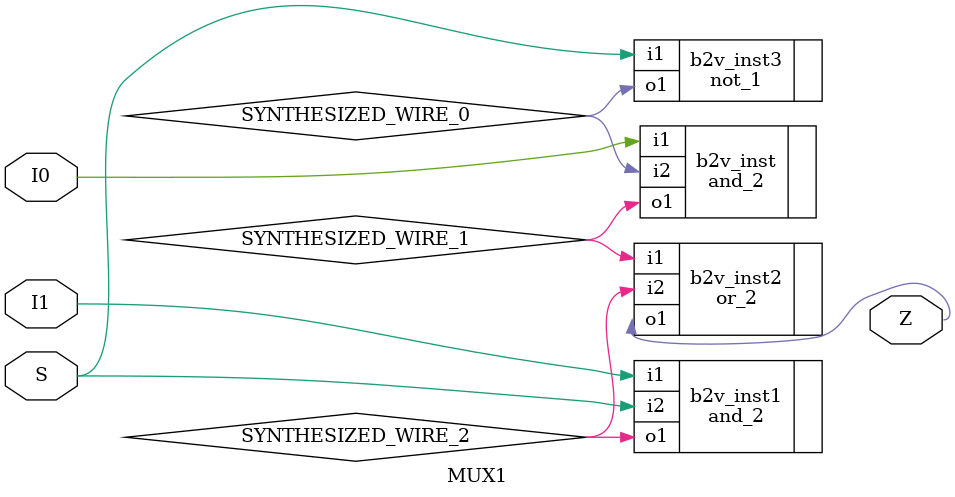
<source format=v>


module MUX1(
	I0,
	I1,
	S,
	Z
);


input wire	I0;
input wire	I1;
input wire	S;
output wire	Z;

wire	SYNTHESIZED_WIRE_0;
wire	SYNTHESIZED_WIRE_1;
wire	SYNTHESIZED_WIRE_2;





and_2	b2v_inst(
	.i1(I0),
	.i2(SYNTHESIZED_WIRE_0),
	.o1(SYNTHESIZED_WIRE_1));


and_2	b2v_inst1(
	.i1(I1),
	.i2(S),
	.o1(SYNTHESIZED_WIRE_2));


or_2	b2v_inst2(
	.i1(SYNTHESIZED_WIRE_1),
	.i2(SYNTHESIZED_WIRE_2),
	.o1(Z));


not_1	b2v_inst3(
	.i1(S),
	.o1(SYNTHESIZED_WIRE_0));


endmodule

</source>
